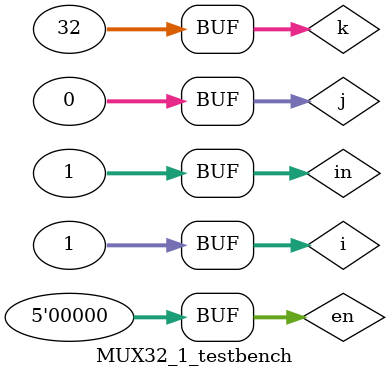
<source format=sv>
/* 32:1 Multiplexer. Depending on the en signal, it will select which
 * in will output
 * Input: [4:0] en, [31:0] in
 * Output: out
 */
module MUX32_1 (in, en, out);
	input logic [31:0] in;
	input logic [4:0] en;
	output logic out;
	logic [3:0] tempOut;
	
	// 4 8:1 MUX and output of those fed into 4:1 MUX behaves like 32:1 MUX
	MUX8_1 m0 (.in(in[31:24]), .en(en[2:0]), .out(tempOut[3]));
	MUX8_1 m1 (.in(in[23:16]), .en(en[2:0]), .out(tempOut[2]));
	MUX8_1 m2 (.in(in[15:8]), .en(en[2:0]), .out(tempOut[1]));
	MUX8_1 m3 (.in(in[7:0]), .en(en[2:0]), .out(tempOut[0]));
	MUX4_1 m4 (.in(tempOut[3:0]), .en(en[4:3]), .out);
endmodule

module MUX32_1_testbench ();
	logic [31:0] in;
	logic [4:0] en;
	logic out;
	MUX32_1 dut (.in, .en, .out);
	
	integer i = 1;
	integer j = 0;
	integer k = 0;
	
	// Not using for loop to test every possible condition because that's way too many
	initial begin
		for (k = 0; k < 32; k++) begin
									in = i;	en = j;	#10;
									in = i;	en = j;	#10;
							j++;	in = i;	en = j;	#10;
			i = i * 2;			in = i;	en = j;	#10;
		end
	end
endmodule
</source>
